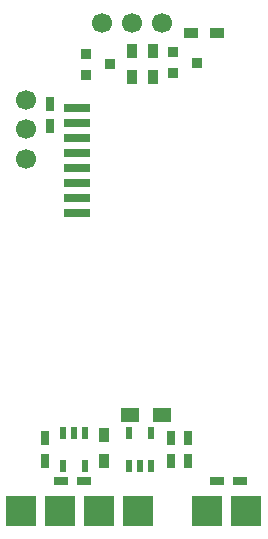
<source format=gts>
%FSLAX46Y46*%
G04 Gerber Fmt 4.6, Leading zero omitted, Abs format (unit mm)*
G04 Created by KiCad (PCBNEW (2014-10-11 BZR 5175)-product) date ons 19 aug 2015 19:57:52*
%MOMM*%
G01*
G04 APERTURE LIST*
%ADD10C,0.100000*%
%ADD11C,1.700000*%
%ADD12R,1.200000X0.750000*%
%ADD13R,0.750000X1.200000*%
%ADD14R,1.500000X1.300000*%
%ADD15R,0.900000X1.200000*%
%ADD16R,2.200000X0.700000*%
%ADD17R,0.600000X1.100000*%
%ADD18R,2.540000X2.540000*%
%ADD19R,0.914400X0.914400*%
%ADD20R,1.200000X0.900000*%
G04 APERTURE END LIST*
D10*
D11*
X229346760Y-47821640D03*
X231886760Y-47821640D03*
X226806760Y-47821640D03*
X220346760Y-54321640D03*
X220346760Y-56821640D03*
X220346760Y-59321640D03*
D12*
X238440000Y-86614000D03*
X236540000Y-86614000D03*
D13*
X234061000Y-82997000D03*
X234061000Y-84897000D03*
X232664000Y-84897000D03*
X232664000Y-82997000D03*
X222377000Y-56576000D03*
X222377000Y-54676000D03*
X221996000Y-84897000D03*
X221996000Y-82997000D03*
D12*
X225232000Y-86614000D03*
X223332000Y-86614000D03*
D14*
X229155000Y-81026000D03*
X231855000Y-81026000D03*
D15*
X226949000Y-84920000D03*
X226949000Y-82720000D03*
D16*
X224672000Y-55036000D03*
X224672000Y-56306000D03*
X224672000Y-57576000D03*
X224672000Y-58846000D03*
X224672000Y-60116000D03*
X224672000Y-61386000D03*
X224672000Y-62656000D03*
X224672000Y-63926000D03*
D17*
X225359000Y-82547000D03*
X223459000Y-82547000D03*
X225359000Y-85347000D03*
X224409000Y-82547000D03*
X223459000Y-85347000D03*
X229047000Y-85347000D03*
X230947000Y-85347000D03*
X229047000Y-82547000D03*
X229997000Y-85347000D03*
X230947000Y-82547000D03*
D18*
X219964000Y-89154000D03*
X229870000Y-89154000D03*
X223266000Y-89154000D03*
X235712000Y-89154000D03*
X239014000Y-89154000D03*
X226568000Y-89154000D03*
D19*
X225425000Y-52197000D03*
X225425000Y-50419000D03*
X227457000Y-51308000D03*
X232791000Y-52070000D03*
X232791000Y-50292000D03*
X234823000Y-51181000D03*
D20*
X236558000Y-48641000D03*
X234358000Y-48641000D03*
D15*
X231140000Y-50208000D03*
X231140000Y-52408000D03*
X229362000Y-52408000D03*
X229362000Y-50208000D03*
M02*

</source>
